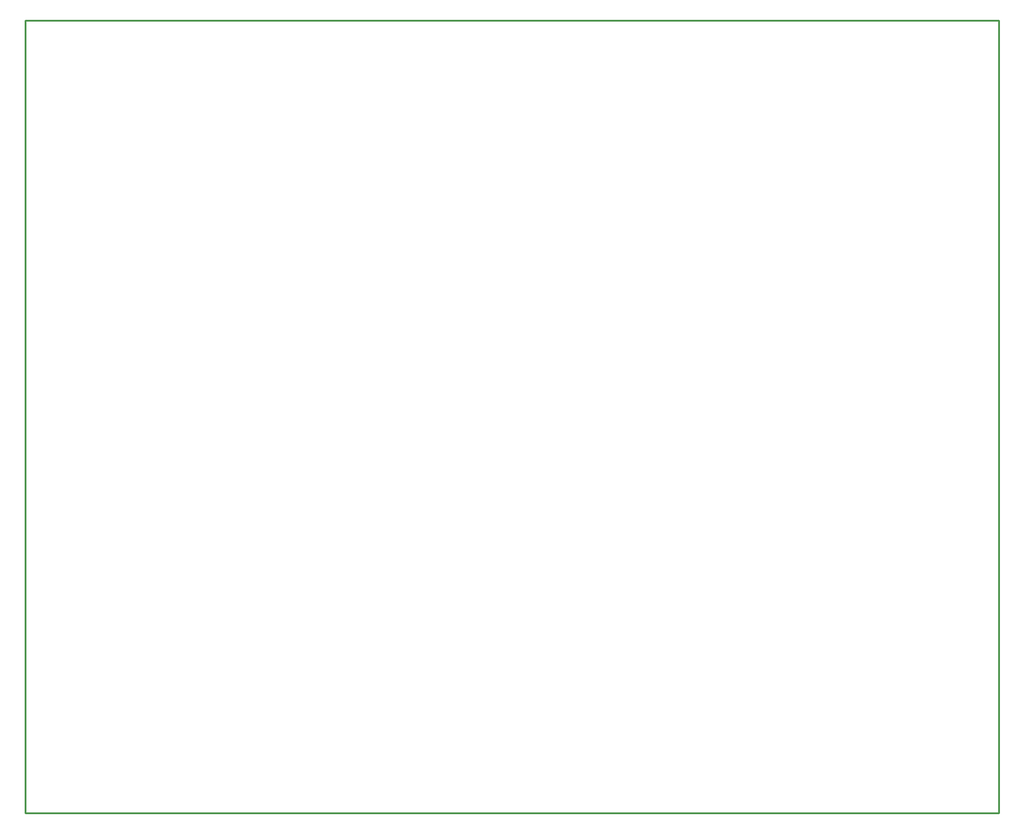
<source format=gko>
*
*
G04 PADS 9.3.1 Build Number: 456998 generated Gerber (RS-274-X) file*
G04 PC Version=2.1*
*
%IN "Mega2560DriverBoard.pcb"*%
*
%MOIN*%
*
%FSLAX35Y35*%
*
*
*
*
G04 PC Standard Apertures*
*
*
G04 Thermal Relief Aperture macro.*
%AMTER*
1,1,$1,0,0*
1,0,$1-$2,0,0*
21,0,$3,$4,0,0,45*
21,0,$3,$4,0,0,135*
%
*
*
G04 Annular Aperture macro.*
%AMANN*
1,1,$1,0,0*
1,0,$2,0,0*
%
*
*
G04 Odd Aperture macro.*
%AMODD*
1,1,$1,0,0*
1,0,$1-0.005,0,0*
%
*
*
G04 PC Custom Aperture Macros*
*
*
*
*
*
*
G04 PC Aperture Table*
*
%ADD010C,0.001*%
%ADD011C,0.01*%
*
*
*
*
G04 PC Circuitry*
G04 Layer Name Mega2560DriverBoard.pcb - circuitry*
%LPD*%
*
*
G04 PC Custom Flashes*
G04 Layer Name Mega2560DriverBoard.pcb - flashes*
%LPD*%
*
*
G04 PC Circuitry*
G04 Layer Name Mega2560DriverBoard.pcb - circuitry*
%LPD*%
*
G54D10*
G54D11*
G01X1210000Y2140000D02*
X1750000D01*
Y1700000*
X1210000*
Y2140000*
X0Y0D02*
M02*

</source>
